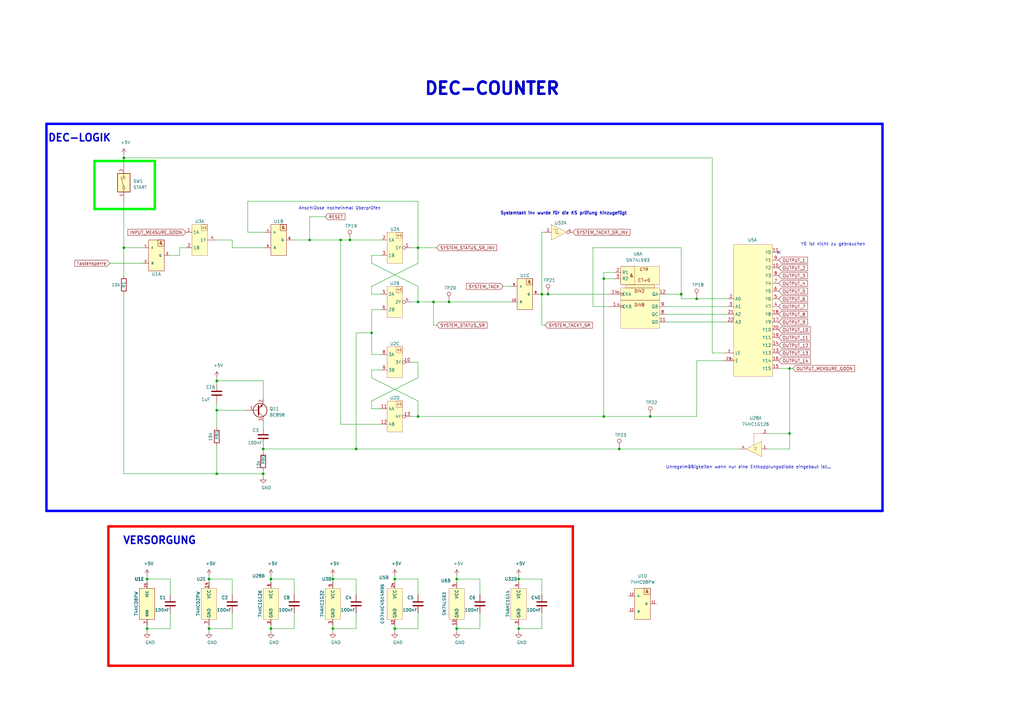
<source format=kicad_sch>
(kicad_sch (version 20210126) (generator eeschema)
  (paper "A3")
  (title_block (title "Kabeltester") (company "BMK Group") (comment 1 "Erstellt: Maximilian Hoffmann") (comment 2 "Geprüft: Robert Schulz"))
  (junction (at 50.8 64.77) (diameter 0.9144))
  (junction (at 50.8 101.6) (diameter 0.9144))
  (junction (at 60.325 237.49) (diameter 0.9144))
  (junction (at 60.325 257.81) (diameter 0.9144))
  (junction (at 85.725 237.49) (diameter 0.9144))
  (junction (at 85.725 257.81) (diameter 0.9144))
  (junction (at 88.9 156.21) (diameter 0.9144))
  (junction (at 88.9 168.275) (diameter 0.9144))
  (junction (at 88.9 194.31) (diameter 0.9144))
  (junction (at 107.95 184.15) (diameter 0.9144))
  (junction (at 107.95 194.31) (diameter 0.9144))
  (junction (at 111.125 237.49) (diameter 0.9144))
  (junction (at 111.125 257.81) (diameter 0.9144))
  (junction (at 127 98.425) (diameter 0.9144))
  (junction (at 136.525 237.49) (diameter 0.9144))
  (junction (at 136.525 257.81) (diameter 0.9144))
  (junction (at 139.7 98.425) (diameter 0.9144))
  (junction (at 143.51 98.425) (diameter 0.9144))
  (junction (at 146.05 184.15) (diameter 0.9144))
  (junction (at 152.4 136.525) (diameter 0.9144))
  (junction (at 161.925 237.49) (diameter 0.9144))
  (junction (at 161.925 257.81) (diameter 0.9144))
  (junction (at 171.45 101.6) (diameter 0.9144))
  (junction (at 171.45 123.825) (diameter 0.9144))
  (junction (at 171.45 170.815) (diameter 0.9144))
  (junction (at 177.8 123.825) (diameter 0.9144))
  (junction (at 184.15 123.825) (diameter 0.9144))
  (junction (at 187.325 237.49) (diameter 0.9144))
  (junction (at 187.325 257.81) (diameter 0.9144))
  (junction (at 212.725 237.49) (diameter 0.9144))
  (junction (at 212.725 257.81) (diameter 0.9144))
  (junction (at 222.25 120.65) (diameter 0.9144))
  (junction (at 224.79 120.65) (diameter 0.9144))
  (junction (at 247.65 114.3) (diameter 0.9144))
  (junction (at 247.65 170.815) (diameter 0.9144))
  (junction (at 254 184.15) (diameter 0.9144))
  (junction (at 266.7 170.815) (diameter 0.9144))
  (junction (at 279.4 120.65) (diameter 1.016))
  (junction (at 285.75 122.555) (diameter 0.9144))
  (junction (at 323.85 151.13) (diameter 0.9144))
  (junction (at 323.85 177.8) (diameter 0.9144))
  (no_connect (at 319.405 103.505))
  (wire (pts (xy 45.085 107.95) (xy 58.42 107.95)))
  (wire (pts (xy 50.8 63.5) (xy 50.8 64.77)))
  (wire (pts (xy 50.8 64.77) (xy 50.8 67.31)))
  (wire (pts (xy 50.8 64.77) (xy 292.1 64.77)))
  (wire (pts (xy 50.8 82.55) (xy 50.8 101.6)))
  (wire (pts (xy 50.8 101.6) (xy 50.8 113.03)))
  (wire (pts (xy 50.8 101.6) (xy 58.42 101.6)))
  (wire (pts (xy 50.8 120.65) (xy 50.8 194.31)))
  (wire (pts (xy 50.8 194.31) (xy 88.9 194.31)))
  (wire (pts (xy 60.325 237.49) (xy 60.325 236.22)))
  (wire (pts (xy 60.325 237.49) (xy 60.325 238.76)))
  (wire (pts (xy 60.325 256.54) (xy 60.325 257.81)))
  (wire (pts (xy 60.325 257.81) (xy 60.325 259.08)))
  (wire (pts (xy 60.325 257.81) (xy 69.85 257.81)))
  (wire (pts (xy 69.85 104.775) (xy 73.66 104.775)))
  (wire (pts (xy 69.85 237.49) (xy 60.325 237.49)))
  (wire (pts (xy 69.85 243.84) (xy 69.85 237.49)))
  (wire (pts (xy 69.85 257.81) (xy 69.85 251.46)))
  (wire (pts (xy 73.66 101.6) (xy 76.2 101.6)))
  (wire (pts (xy 73.66 104.775) (xy 73.66 101.6)))
  (wire (pts (xy 85.725 237.49) (xy 85.725 236.22)))
  (wire (pts (xy 85.725 237.49) (xy 85.725 238.76)))
  (wire (pts (xy 85.725 256.54) (xy 85.725 257.81)))
  (wire (pts (xy 85.725 257.81) (xy 85.725 259.08)))
  (wire (pts (xy 85.725 257.81) (xy 95.25 257.81)))
  (wire (pts (xy 88.9 98.425) (xy 95.25 98.425)))
  (wire (pts (xy 88.9 154.94) (xy 88.9 156.21)))
  (wire (pts (xy 88.9 156.21) (xy 88.9 157.48)))
  (wire (pts (xy 88.9 156.21) (xy 107.95 156.21)))
  (wire (pts (xy 88.9 165.1) (xy 88.9 168.275)))
  (wire (pts (xy 88.9 168.275) (xy 88.9 175.26)))
  (wire (pts (xy 88.9 168.275) (xy 100.33 168.275)))
  (wire (pts (xy 88.9 194.31) (xy 88.9 182.88)))
  (wire (pts (xy 88.9 194.31) (xy 107.95 194.31)))
  (wire (pts (xy 95.25 101.6) (xy 95.25 98.425)))
  (wire (pts (xy 95.25 237.49) (xy 85.725 237.49)))
  (wire (pts (xy 95.25 243.84) (xy 95.25 237.49)))
  (wire (pts (xy 95.25 257.81) (xy 95.25 251.46)))
  (wire (pts (xy 101.6 82.55) (xy 171.45 82.55)))
  (wire (pts (xy 101.6 95.25) (xy 101.6 82.55)))
  (wire (pts (xy 107.95 156.21) (xy 107.95 163.195)))
  (wire (pts (xy 107.95 173.355) (xy 107.95 175.26)))
  (wire (pts (xy 107.95 182.88) (xy 107.95 184.15)))
  (wire (pts (xy 107.95 184.15) (xy 107.95 185.42)))
  (wire (pts (xy 107.95 184.15) (xy 146.05 184.15)))
  (wire (pts (xy 107.95 193.04) (xy 107.95 194.31)))
  (wire (pts (xy 107.95 194.31) (xy 107.95 195.58)))
  (wire (pts (xy 108.585 95.25) (xy 101.6 95.25)))
  (wire (pts (xy 108.585 101.6) (xy 95.25 101.6)))
  (wire (pts (xy 111.125 237.49) (xy 111.125 236.22)))
  (wire (pts (xy 111.125 237.49) (xy 111.125 238.76)))
  (wire (pts (xy 111.125 256.54) (xy 111.125 257.81)))
  (wire (pts (xy 111.125 257.81) (xy 111.125 259.08)))
  (wire (pts (xy 111.125 257.81) (xy 120.65 257.81)))
  (wire (pts (xy 120.015 98.425) (xy 127 98.425)))
  (wire (pts (xy 120.65 237.49) (xy 111.125 237.49)))
  (wire (pts (xy 120.65 243.84) (xy 120.65 237.49)))
  (wire (pts (xy 120.65 257.81) (xy 120.65 251.46)))
  (wire (pts (xy 127 88.9) (xy 127 98.425)))
  (wire (pts (xy 127 98.425) (xy 139.7 98.425)))
  (wire (pts (xy 133.35 88.9) (xy 127 88.9)))
  (wire (pts (xy 136.525 237.49) (xy 136.525 236.22)))
  (wire (pts (xy 136.525 237.49) (xy 136.525 238.76)))
  (wire (pts (xy 136.525 256.54) (xy 136.525 257.81)))
  (wire (pts (xy 136.525 257.81) (xy 136.525 259.08)))
  (wire (pts (xy 136.525 257.81) (xy 146.05 257.81)))
  (wire (pts (xy 139.7 98.425) (xy 143.51 98.425)))
  (wire (pts (xy 139.7 173.99) (xy 139.7 98.425)))
  (wire (pts (xy 139.7 173.99) (xy 156.21 173.99)))
  (wire (pts (xy 143.51 98.425) (xy 156.21 98.425)))
  (wire (pts (xy 146.05 136.525) (xy 146.05 184.15)))
  (wire (pts (xy 146.05 136.525) (xy 152.4 136.525)))
  (wire (pts (xy 146.05 184.15) (xy 254 184.15)))
  (wire (pts (xy 146.05 237.49) (xy 136.525 237.49)))
  (wire (pts (xy 146.05 243.84) (xy 146.05 237.49)))
  (wire (pts (xy 146.05 257.81) (xy 146.05 251.46)))
  (wire (pts (xy 152.4 104.775) (xy 152.4 107.95)))
  (wire (pts (xy 152.4 107.95) (xy 171.45 117.475)))
  (wire (pts (xy 152.4 117.475) (xy 171.45 107.95)))
  (wire (pts (xy 152.4 120.65) (xy 152.4 117.475)))
  (wire (pts (xy 152.4 127) (xy 152.4 136.525)))
  (wire (pts (xy 152.4 136.525) (xy 152.4 145.415)))
  (wire (pts (xy 152.4 145.415) (xy 156.21 145.415)))
  (wire (pts (xy 152.4 151.765) (xy 152.4 154.94)))
  (wire (pts (xy 152.4 154.94) (xy 171.45 164.465)))
  (wire (pts (xy 152.4 164.465) (xy 171.45 154.94)))
  (wire (pts (xy 152.4 167.64) (xy 152.4 164.465)))
  (wire (pts (xy 156.21 104.775) (xy 152.4 104.775)))
  (wire (pts (xy 156.21 120.65) (xy 152.4 120.65)))
  (wire (pts (xy 156.21 127) (xy 152.4 127)))
  (wire (pts (xy 156.21 151.765) (xy 152.4 151.765)))
  (wire (pts (xy 156.21 167.64) (xy 152.4 167.64)))
  (wire (pts (xy 161.925 237.49) (xy 161.925 236.22)))
  (wire (pts (xy 161.925 237.49) (xy 161.925 238.76)))
  (wire (pts (xy 161.925 256.54) (xy 161.925 257.81)))
  (wire (pts (xy 161.925 257.81) (xy 161.925 259.08)))
  (wire (pts (xy 161.925 257.81) (xy 171.45 257.81)))
  (wire (pts (xy 168.91 101.6) (xy 171.45 101.6)))
  (wire (pts (xy 168.91 123.825) (xy 171.45 123.825)))
  (wire (pts (xy 168.91 148.59) (xy 171.45 148.59)))
  (wire (pts (xy 168.91 170.815) (xy 171.45 170.815)))
  (wire (pts (xy 171.45 82.55) (xy 171.45 101.6)))
  (wire (pts (xy 171.45 101.6) (xy 171.45 107.95)))
  (wire (pts (xy 171.45 101.6) (xy 179.07 101.6)))
  (wire (pts (xy 171.45 117.475) (xy 171.45 123.825)))
  (wire (pts (xy 171.45 123.825) (xy 177.8 123.825)))
  (wire (pts (xy 171.45 148.59) (xy 171.45 154.94)))
  (wire (pts (xy 171.45 164.465) (xy 171.45 170.815)))
  (wire (pts (xy 171.45 170.815) (xy 247.65 170.815)))
  (wire (pts (xy 171.45 237.49) (xy 161.925 237.49)))
  (wire (pts (xy 171.45 243.84) (xy 171.45 237.49)))
  (wire (pts (xy 171.45 257.81) (xy 171.45 251.46)))
  (wire (pts (xy 177.8 123.825) (xy 184.15 123.825)))
  (wire (pts (xy 177.8 133.35) (xy 177.8 123.825)))
  (wire (pts (xy 177.8 133.35) (xy 179.07 133.35)))
  (wire (pts (xy 184.15 123.825) (xy 209.55 123.825)))
  (wire (pts (xy 187.325 237.49) (xy 187.325 236.22)))
  (wire (pts (xy 187.325 237.49) (xy 187.325 238.76)))
  (wire (pts (xy 187.325 256.54) (xy 187.325 257.81)))
  (wire (pts (xy 187.325 257.81) (xy 187.325 259.08)))
  (wire (pts (xy 187.325 257.81) (xy 196.85 257.81)))
  (wire (pts (xy 196.85 237.49) (xy 187.325 237.49)))
  (wire (pts (xy 196.85 243.84) (xy 196.85 237.49)))
  (wire (pts (xy 196.85 257.81) (xy 196.85 251.46)))
  (wire (pts (xy 206.375 117.475) (xy 209.55 117.475)))
  (wire (pts (xy 212.725 237.49) (xy 212.725 236.22)))
  (wire (pts (xy 212.725 237.49) (xy 212.725 238.76)))
  (wire (pts (xy 212.725 256.54) (xy 212.725 257.81)))
  (wire (pts (xy 212.725 257.81) (xy 212.725 259.08)))
  (wire (pts (xy 212.725 257.81) (xy 222.25 257.81)))
  (wire (pts (xy 220.98 120.65) (xy 222.25 120.65)))
  (wire (pts (xy 222.25 95.25) (xy 222.25 120.65)))
  (wire (pts (xy 222.25 120.65) (xy 222.25 133.35)))
  (wire (pts (xy 222.25 120.65) (xy 224.79 120.65)))
  (wire (pts (xy 222.25 133.35) (xy 223.52 133.35)))
  (wire (pts (xy 222.25 237.49) (xy 212.725 237.49)))
  (wire (pts (xy 222.25 243.84) (xy 222.25 237.49)))
  (wire (pts (xy 222.25 257.81) (xy 222.25 251.46)))
  (wire (pts (xy 223.52 95.25) (xy 222.25 95.25)))
  (wire (pts (xy 224.79 120.65) (xy 249.555 120.65)))
  (wire (pts (xy 243.205 101.6) (xy 279.4 101.6)))
  (wire (pts (xy 243.205 125.73) (xy 243.205 101.6)))
  (wire (pts (xy 247.65 111.76) (xy 252.095 111.76)))
  (wire (pts (xy 247.65 114.3) (xy 247.65 111.76)))
  (wire (pts (xy 247.65 114.3) (xy 247.65 170.815)))
  (wire (pts (xy 247.65 114.3) (xy 252.095 114.3)))
  (wire (pts (xy 247.65 170.815) (xy 266.7 170.815)))
  (wire (pts (xy 249.555 125.73) (xy 243.205 125.73)))
  (wire (pts (xy 254 184.15) (xy 303.53 184.15)))
  (wire (pts (xy 266.7 170.815) (xy 285.75 170.815)))
  (wire (pts (xy 273.05 120.65) (xy 279.4 120.65)))
  (wire (pts (xy 273.05 125.73) (xy 298.45 125.73)))
  (wire (pts (xy 273.05 128.905) (xy 298.45 128.905)))
  (wire (pts (xy 273.05 132.08) (xy 298.45 132.08)))
  (wire (pts (xy 279.4 120.65) (xy 279.4 101.6)))
  (wire (pts (xy 279.4 122.555) (xy 279.4 120.65)))
  (wire (pts (xy 279.4 122.555) (xy 285.75 122.555)))
  (wire (pts (xy 285.75 122.555) (xy 298.45 122.555)))
  (wire (pts (xy 285.75 147.955) (xy 296.545 147.955)))
  (wire (pts (xy 285.75 170.815) (xy 285.75 147.955)))
  (wire (pts (xy 292.1 64.77) (xy 292.1 144.78)))
  (wire (pts (xy 297.18 144.78) (xy 292.1 144.78)))
  (wire (pts (xy 314.96 177.8) (xy 323.85 177.8)))
  (wire (pts (xy 314.96 184.15) (xy 323.85 184.15)))
  (wire (pts (xy 319.405 151.13) (xy 323.85 151.13)))
  (wire (pts (xy 323.85 151.13) (xy 323.85 177.8)))
  (wire (pts (xy 323.85 151.13) (xy 325.12 151.13)))
  (wire (pts (xy 323.85 177.8) (xy 323.85 184.15)))
  (polyline (pts (xy 19.05 50.8) (xy 19.05 209.55)) (stroke (width 1) (type solid) (color 0 0 255 1)))
  (polyline (pts (xy 19.05 50.8) (xy 361.95 50.8)) (stroke (width 1) (type solid) (color 0 0 255 1)))
  (polyline (pts (xy 38.735 66.04) (xy 38.735 85.725)) (stroke (width 1) (type solid) (color 0 255 0 1)))
  (polyline (pts (xy 38.735 66.04) (xy 63.5 66.04)) (stroke (width 1) (type solid) (color 0 255 0 1)))
  (polyline (pts (xy 44.45 215.9) (xy 44.45 273.05)) (stroke (width 1) (type solid) (color 255 0 0 1)))
  (polyline (pts (xy 44.45 215.9) (xy 234.95 215.9)) (stroke (width 1) (type solid) (color 255 0 0 1)))
  (polyline (pts (xy 63.5 66.04) (xy 63.5 85.725)) (stroke (width 1) (type solid) (color 0 255 0 1)))
  (polyline (pts (xy 63.5 85.725) (xy 38.735 85.725)) (stroke (width 1) (type solid) (color 0 255 0 1)))
  (polyline (pts (xy 234.95 215.9) (xy 234.95 273.05)) (stroke (width 1) (type solid) (color 255 0 0 1)))
  (polyline (pts (xy 234.95 273.05) (xy 44.45 273.05)) (stroke (width 1) (type solid) (color 255 0 0 1)))
  (polyline (pts (xy 361.95 50.8) (xy 361.95 209.55)) (stroke (width 1) (type solid) (color 0 0 255 1)))
  (polyline (pts (xy 361.95 209.55) (xy 19.05 209.55)) (stroke (width 1) (type solid) (color 0 0 255 1)))
  (text "DEC-LOGIK\n" (at 45.72 58.42 180) (effects (font (size 3 3) (thickness 0.6) bold) (justify right bottom)))
  (text "VERSORGUNG" (at 80.645 223.52 180) (effects (font (size 3 3) (thickness 0.6) bold) (justify right bottom)))
  (text "Anschlüsse nocheinmal überprüfen\n\n" (at 156.21 88.265 180) (effects (font (size 1.27 1.27)) (justify right bottom)))
  (text "DEC-COUNTER\n" (at 229.87 39.37 180) (effects (font (size 5 5) (thickness 1) bold) (justify right bottom)))
  (text "DEC-COUNTER\n" (at 229.87 39.37 180) (effects (font (size 5 5) (thickness 1) bold) (justify right bottom)))
  (text "DEC-COUNTER\n" (at 229.87 39.37 180) (effects (font (size 5 5) (thickness 1) bold) (justify right bottom)))
  (text "Systemtakt inv wurde für die KS prüfung hinzugefügt\n" (at 257.175 88.265 0) (effects (font (size 1.27 1.27) (thickness 0.254) bold) (justify right bottom)))
  (text "Unregelmäßigkeiten wenn nur eine Entkopplungsdiode eingebaut ist...\n" (at 340.995 192.405 0) (effects (font (size 1.27 1.27)) (justify right bottom)))
  (text "Y0 ist nicht zu gebrauchen\n" (at 354.965 100.965 180) (effects (font (size 1.27 1.27)) (justify right bottom)))
  (global_label "Tastensperre" (shape input) (at 45.085 107.95 180) (property "Intersheet References" "${INTERSHEET_REFS}" (effects hide)))
  (global_label "INPUT_MEASURE_GOON" (shape input) (at 76.2 95.25 180) (property "Intersheet References" "${INTERSHEET_REFS}" (effects hide)))
  (global_label "RESET" (shape input) (at 133.35 88.9 0) (property "Intersheet References" "${INTERSHEET_REFS}" (effects hide)))
  (global_label "SYSTEM_STATUS_SR_INV" (shape input) (at 179.07 101.6 0) (property "Intersheet References" "${INTERSHEET_REFS}" (effects hide)))
  (global_label "SYSTEM_STATUS_SR" (shape input) (at 179.07 133.35 0) (property "Intersheet References" "${INTERSHEET_REFS}" (effects hide)))
  (global_label "SYSTEM_TACK" (shape input) (at 206.375 117.475 180) (property "Intersheet References" "${INTERSHEET_REFS}" (effects hide)))
  (global_label "SYSTEM_TACKT_SR" (shape input) (at 223.52 133.35 0) (property "Intersheet References" "${INTERSHEET_REFS}" (effects hide)))
  (global_label "SYSTEM_TACKT_SR_INV" (shape input) (at 234.95 95.25 0) (property "Intersheet References" "${INTERSHEET_REFS}" (effects hide)))
  (global_label "OUTPUT_1" (shape input) (at 319.405 106.68 0) (property "Intersheet References" "${INTERSHEET_REFS}" (effects hide)))
  (global_label "OUTPUT_2" (shape input) (at 319.405 109.855 0) (property "Intersheet References" "${INTERSHEET_REFS}" (effects hide)))
  (global_label "OUTPUT_3" (shape input) (at 319.405 113.03 0) (property "Intersheet References" "${INTERSHEET_REFS}" (effects hide)))
  (global_label "OUTPUT_4" (shape input) (at 319.405 116.205 0) (property "Intersheet References" "${INTERSHEET_REFS}" (effects hide)))
  (global_label "OUTPUT_5" (shape input) (at 319.405 119.38 0) (property "Intersheet References" "${INTERSHEET_REFS}" (effects hide)))
  (global_label "OUTPUT_6" (shape input) (at 319.405 122.555 0) (property "Intersheet References" "${INTERSHEET_REFS}" (effects hide)))
  (global_label "OUTPUT_7" (shape input) (at 319.405 125.73 0) (property "Intersheet References" "${INTERSHEET_REFS}" (effects hide)))
  (global_label "OUTPUT_8" (shape input) (at 319.405 128.905 0) (property "Intersheet References" "${INTERSHEET_REFS}" (effects hide)))
  (global_label "OUTPUT_9" (shape input) (at 319.405 132.08 0) (property "Intersheet References" "${INTERSHEET_REFS}" (effects hide)))
  (global_label "OUTPUT_10" (shape input) (at 319.405 135.255 0) (property "Intersheet References" "${INTERSHEET_REFS}" (effects hide)))
  (global_label "OUTPUT_11" (shape input) (at 319.405 138.43 0) (property "Intersheet References" "${INTERSHEET_REFS}" (effects hide)))
  (global_label "OUTPUT_12" (shape input) (at 319.405 141.605 0) (property "Intersheet References" "${INTERSHEET_REFS}" (effects hide)))
  (global_label "OUTPUT_13" (shape input) (at 319.405 144.78 0) (property "Intersheet References" "${INTERSHEET_REFS}" (effects hide)))
  (global_label "OUTPUT_14" (shape input) (at 319.405 147.955 0) (property "Intersheet References" "${INTERSHEET_REFS}" (effects hide)))
  (global_label "OUTPUT_MEASURE_GOON" (shape input) (at 325.12 151.13 0) (property "Intersheet References" "${INTERSHEET_REFS}" (effects hide)))
  (symbol (lib_id "Connector:TestPoint") (at 143.51 98.425 0) (unit 1)
    (property "Reference" "TP19" (at 141.605 92.71 0) (effects (justify left)))
    (property "Value" "TestPoint" (effects hide))
    (property "Footprint" "TestPoint:TestPoint_Pad_D1.0mm" (effects hide))
    (property "BMK-Nr" "-" (effects hide))
    (property "Mouser" "-" (effects hide))
  )
  (symbol (lib_id "Connector:TestPoint") (at 184.15 123.825 0) (unit 1)
    (property "Reference" "TP20" (at 182.245 118.11 0) (effects (justify left)))
    (property "Value" "TestPoint" (effects hide))
    (property "Footprint" "TestPoint:TestPoint_Pad_D1.0mm" (effects hide))
    (property "BMK-Nr" "-" (effects hide))
    (property "Mouser" "-" (effects hide))
  )
  (symbol (lib_id "Connector:TestPoint") (at 224.79 120.65 0) (unit 1)
    (property "Reference" "TP21" (at 222.885 114.935 0) (effects (justify left)))
    (property "Value" "TestPoint" (effects hide))
    (property "Footprint" "TestPoint:TestPoint_Pad_D1.0mm" (effects hide))
    (property "BMK-Nr" "-" (effects hide))
    (property "Mouser" "-" (effects hide))
  )
  (symbol (lib_id "Connector:TestPoint") (at 254 184.15 0) (unit 1)
    (property "Reference" "TP23" (at 252.095 178.435 0) (effects (justify left)))
    (property "Value" "TestPoint" (effects hide))
    (property "Footprint" "TestPoint:TestPoint_Pad_D1.0mm" (effects hide))
    (property "BMK-Nr" "-" (effects hide))
    (property "Mouser" "-" (effects hide))
  )
  (symbol (lib_id "Connector:TestPoint") (at 266.7 170.815 0) (unit 1)
    (property "Reference" "TP22" (at 264.795 165.1 0) (effects (justify left)))
    (property "Value" "TestPoint" (effects hide))
    (property "Footprint" "TestPoint:TestPoint_Pad_D1.0mm" (effects hide))
    (property "BMK-Nr" "-" (effects hide))
    (property "Mouser" "-" (effects hide))
  )
  (symbol (lib_id "Connector:TestPoint") (at 285.75 122.555 0) (unit 1)
    (property "Reference" "TP18" (at 283.845 116.84 0) (effects (justify left)))
    (property "Value" "TestPoint" (effects hide))
    (property "Footprint" "TestPoint:TestPoint_Pad_D1.0mm" (effects hide))
    (property "BMK-Nr" "-" (effects hide))
    (property "Mouser" "-" (effects hide))
  )
  (symbol (lib_id "power:+5V") (at 50.8 63.5 0) (unit 1)
    (property "Reference" "#PWR03" (effects hide))
    (property "Value" "+5V" (at 51.435 58.42 0))
  )
  (symbol (lib_id "power:+5V") (at 60.325 236.22 0) (unit 1)
    (property "Reference" "#PWR01" (effects hide))
    (property "Value" "+5V" (at 60.96 231.14 0))
  )
  (symbol (lib_id "power:+5V") (at 85.725 236.22 0) (unit 1)
    (property "Reference" "#PWR05" (effects hide))
    (property "Value" "+5V" (at 86.36 231.14 0))
  )
  (symbol (lib_id "power:+5V") (at 88.9 154.94 0) (unit 1)
    (property "Reference" "#PWR08" (effects hide))
    (property "Value" "+5V" (at 89.535 149.86 0))
  )
  (symbol (lib_id "power:+5V") (at 111.125 236.22 0) (unit 1)
    (property "Reference" "#PWR04" (effects hide))
    (property "Value" "+5V" (at 111.76 231.14 0))
  )
  (symbol (lib_id "power:+5V") (at 136.525 236.22 0) (unit 1)
    (property "Reference" "#PWR09" (effects hide))
    (property "Value" "+5V" (at 137.16 231.14 0))
  )
  (symbol (lib_id "power:+5V") (at 161.925 236.22 0) (unit 1)
    (property "Reference" "#PWR011" (effects hide))
    (property "Value" "+5V" (at 162.56 231.14 0))
  )
  (symbol (lib_id "power:+5V") (at 187.325 236.22 0) (unit 1)
    (property "Reference" "#PWR013" (effects hide))
    (property "Value" "+5V" (at 187.96 231.14 0))
  )
  (symbol (lib_id "power:+5V") (at 212.725 236.22 0) (unit 1)
    (property "Reference" "#PWR073" (effects hide))
    (property "Value" "+5V" (at 213.36 231.14 0))
  )
  (symbol (lib_id "power:GND") (at 60.325 259.08 0) (unit 1)
    (property "Reference" "#PWR02" (effects hide))
    (property "Value" "GND" (at 61.595 263.525 0))
  )
  (symbol (lib_id "power:GND") (at 85.725 259.08 0) (unit 1)
    (property "Reference" "#PWR06" (effects hide))
    (property "Value" "GND" (at 86.995 263.525 0))
  )
  (symbol (lib_id "power:GND") (at 107.95 195.58 0) (unit 1)
    (property "Reference" "#PWR014" (effects hide))
    (property "Value" "GND" (at 109.22 200.025 0))
  )
  (symbol (lib_id "power:GND") (at 111.125 259.08 0) (unit 1)
    (property "Reference" "#PWR025" (effects hide))
    (property "Value" "GND" (at 112.395 263.525 0))
  )
  (symbol (lib_id "power:GND") (at 136.525 259.08 0) (unit 1)
    (property "Reference" "#PWR010" (effects hide))
    (property "Value" "GND" (at 137.795 263.525 0))
  )
  (symbol (lib_id "power:GND") (at 161.925 259.08 0) (unit 1)
    (property "Reference" "#PWR012" (effects hide))
    (property "Value" "GND" (at 163.195 263.525 0))
  )
  (symbol (lib_id "power:GND") (at 187.325 259.08 0) (unit 1)
    (property "Reference" "#PWR026" (effects hide))
    (property "Value" "GND" (at 188.595 263.525 0))
  )
  (symbol (lib_id "power:GND") (at 212.725 259.08 0) (unit 1)
    (property "Reference" "#PWR0114" (effects hide))
    (property "Value" "GND" (at 213.995 263.525 0))
  )
  (symbol (lib_id "Device:R") (at 50.8 116.84 0) (unit 1)
    (property "Reference" "R1" (at 50.8 118.11 90) (effects (justify left)))
    (property "Value" "10k" (at 45.72 116.84 0) (effects (justify left)))
    (property "Footprint" "Resistor_SMD:R_0603_1608Metric_Pad0.98x0.95mm_HandSolder" (effects hide))
    (property "BMK-Nr" "BS" (effects hide))
    (property "Mouser" "-" (effects hide))
  )
  (symbol (lib_name "Device:R_1") (lib_id "Device:R") (at 88.9 179.07 0) (unit 1)
    (property "Reference" "R81" (at 88.9 180.34 90) (effects (justify left)))
    (property "Value" "10k" (at 86.36 180.975 90) (effects (justify left)))
    (property "Footprint" "Resistor_SMD:R_0603_1608Metric_Pad0.98x0.95mm_HandSolder" (effects hide))
    (property "BMK-Nr" "BS" (effects hide))
    (property "Mouser" "-" (effects hide))
  )
  (symbol (lib_name "Device:R_8") (lib_id "Device:R") (at 107.95 189.23 0) (unit 1)
    (property "Reference" "R80" (at 107.95 190.5 90) (effects (justify left)))
    (property "Value" "10k" (at 106.045 192.405 90) (effects (justify left)))
    (property "Footprint" "Resistor_SMD:R_0603_1608Metric_Pad0.98x0.95mm_HandSolder" (effects hide))
    (property "BMK-Nr" "BS" (effects hide))
    (property "Mouser" "-" (effects hide))
  )
  (symbol (lib_name "Device:C_1") (lib_id "Device:C") (at 69.85 247.65 0) (unit 1)
    (property "Reference" "C1" (at 65.405 245.11 0) (effects (justify left)))
    (property "Value" "100nF" (at 63.5 250.19 0) (effects (justify left)))
    (property "Footprint" "Capacitor_SMD:C_0603_1608Metric_Pad1.08x0.95mm_HandSolder" (effects hide))
    (property "BMK-Nr" "BS" (effects hide))
  )
  (symbol (lib_name "Device:C_3") (lib_id "Device:C") (at 88.9 161.29 0) (unit 1)
    (property "Reference" "C16" (at 84.455 158.75 0) (effects (justify left)))
    (property "Value" "1uF" (at 82.55 163.83 0) (effects (justify left)))
    (property "Footprint" "Capacitor_SMD:C_0603_1608Metric_Pad1.08x0.95mm_HandSolder" (effects hide))
    (property "BMK-Nr" "BS" (effects hide))
  )
  (symbol (lib_name "Device:C_6") (lib_id "Device:C") (at 95.25 247.65 0) (unit 1)
    (property "Reference" "C2" (at 90.805 245.11 0) (effects (justify left)))
    (property "Value" "100nF" (at 88.9 250.19 0) (effects (justify left)))
    (property "Footprint" "Capacitor_SMD:C_0603_1608Metric_Pad1.08x0.95mm_HandSolder" (effects hide))
    (property "BMK-Nr" "BS" (effects hide))
  )
  (symbol (lib_name "Device:C_5") (lib_id "Device:C") (at 107.95 179.07 0) (unit 1)
    (property "Reference" "C3" (at 103.505 176.53 0) (effects (justify left)))
    (property "Value" "100nF" (at 101.6 181.61 0) (effects (justify left)))
    (property "Footprint" "Capacitor_SMD:C_0603_1608Metric_Pad1.08x0.95mm_HandSolder" (effects hide))
    (property "BMK-Nr" "BS" (effects hide))
  )
  (symbol (lib_name "Device:C_6") (lib_id "Device:C") (at 120.65 247.65 0) (unit 1)
    (property "Reference" "C8" (at 116.205 245.11 0) (effects (justify left)))
    (property "Value" "100nF" (at 114.3 250.19 0) (effects (justify left)))
    (property "Footprint" "Capacitor_SMD:C_0603_1608Metric_Pad1.08x0.95mm_HandSolder" (effects hide))
    (property "BMK-Nr" "BS" (effects hide))
  )
  (symbol (lib_id "Device:C") (at 146.05 247.65 0) (unit 1)
    (property "Reference" "C4" (at 141.605 245.11 0) (effects (justify left)))
    (property "Value" "100nF" (at 139.7 250.19 0) (effects (justify left)))
    (property "Footprint" "Capacitor_SMD:C_0603_1608Metric_Pad1.08x0.95mm_HandSolder" (effects hide))
    (property "BMK-Nr" "BS" (effects hide))
  )
  (symbol (lib_name "Device:C_2") (lib_id "Device:C") (at 171.45 247.65 0) (unit 1)
    (property "Reference" "C5" (at 167.005 245.11 0) (effects (justify left)))
    (property "Value" "100nF" (at 165.1 250.19 0) (effects (justify left)))
    (property "Footprint" "Capacitor_SMD:C_0603_1608Metric_Pad1.08x0.95mm_HandSolder" (effects hide))
    (property "BMK-Nr" "BS" (effects hide))
  )
  (symbol (lib_name "Device:C_4") (lib_id "Device:C") (at 196.85 247.65 0) (unit 1)
    (property "Reference" "C6" (at 192.405 245.11 0) (effects (justify left)))
    (property "Value" "100nF" (at 190.5 250.19 0) (effects (justify left)))
    (property "Footprint" "Capacitor_SMD:C_0603_1608Metric_Pad1.08x0.95mm_HandSolder" (effects hide))
    (property "BMK-Nr" "BS" (effects hide))
  )
  (symbol (lib_name "Device:C_4") (lib_id "Device:C") (at 222.25 247.65 0) (unit 1)
    (property "Reference" "C40" (at 217.805 245.11 0) (effects (justify left)))
    (property "Value" "100nF" (at 215.9 250.19 0) (effects (justify left)))
    (property "Footprint" "Capacitor_SMD:C_0603_1608Metric_Pad1.08x0.95mm_HandSolder" (effects hide))
    (property "BMK-Nr" "BS" (effects hide))
  )
  (symbol (lib_id "Kabeltester:74AHC1G14") (at 228.6 95.25 0) (unit 1)
    (property "Reference" "U32" (at 229.87 91.44 0))
    (property "Value" "74AHC1G14" (effects hide))
    (property "Footprint" "Package_TO_SOT_SMD:SOT-353_SC-70-5_Handsoldering" (effects hide))
    (property "Datasheet" "https://www.diodes.com/assets/Datasheets/74AHC1G14.pdf" (effects hide))
    (property "BMK-Nr" "06-0624" (effects hide))
    (property "Mouser" "771-74AHC1G14GW-G" (effects hide))
  )
  (symbol (lib_id "Switch:SW_DIP_x01") (at 50.8 74.93 90) (unit 1)
    (property "Reference" "SW1" (at 54.61 74.295 90) (effects (justify right)))
    (property "Value" "START" (at 54.61 76.835 90) (effects (justify right)))
    (property "Footprint" "Button_Switch_SMD:SW_Push_1P1T_NO_6x6mm_H9.5mm" (effects hide))
    (property "BMK-Nr" "25-1170" (effects hide))
    (property "Mouser" "-" (effects hide))
  )
  (symbol (lib_id "Transistor_BJT:BC858") (at 105.41 168.275 0) (mirror x) (unit 1)
    (property "Reference" "Q11" (at 110.49 167.64 0) (effects (justify left)))
    (property "Value" "BC858" (at 110.49 170.18 0) (effects (justify left)))
    (property "Footprint" "Package_TO_SOT_SMD:SOT-23" (effects hide))
    (property "Datasheet" "https://www.onsemi.com/pub/Collateral/BC860-D.pdf" (effects hide))
  )
  (symbol (lib_id "Kabeltester:74HC08PW") (at 60.325 247.65 0) (unit 5)
    (property "Reference" "U1" (at 57.15 237.49 0) (effects (font bold)))
    (property "Value" "74HC08PW" (at 55.88 247.65 90))
    (property "Footprint" "Package_SO:TSSOP-14_4.4x5mm_P0.65mm" (effects hide))
    (property "Datasheet" "https://www.ti.com/lit/ds/symlink/sn74hc08-q1.pdf?HQS=dis-mous-null-mousermode-dsf-pf-null-wwe&ts=1614454333862&ref_url=https%253A%252F%252Fwww.mouser.de%252F" (effects hide))
    (property "BMK-Nr" "06-0975" (effects hide))
    (property "Mouser" "771-HC08PW118" (effects hide))
  )
  (symbol (lib_name "Kabeltester:74HC02PW_1") (lib_id "Kabeltester:74HC02PW") (at 85.725 247.65 0) (unit 5)
    (property "Reference" "U2" (at 82.55 237.49 0))
    (property "Value" "74HC02PW" (at 81.28 247.65 90))
    (property "Footprint" "Package_SO:TSSOP-14_4.4x5mm_P0.65mm" (effects hide))
    (property "Datasheet" "https://www.mouser.de/datasheet/2/916/74AHC_AHCT02-1597343.pdf" (effects hide))
    (property "BMK-Nr" "06-0471-1" (effects hide))
    (property "Mouser" "771-74AHC02PW-T" (effects hide))
  )
  (symbol (lib_name "Kabeltester:74HC1G126_1") (lib_id "Kabeltester:74HC1G126") (at 111.125 247.65 0) (unit 2)
    (property "Reference" "U28" (at 106.045 236.22 0))
    (property "Value" "74HC1G126" (at 106.68 247.65 90))
    (property "Footprint" "Package_TO_SOT_SMD:SOT-353_SC-70-5_Handsoldering" (effects hide))
    (property "Datasheet" "https://www.mouser.de/datasheet/2/308/MC74VHC1G126_D-1387657.pdf" (effects hide))
    (property "BMK-Nr" "06-0813" (effects hide))
    (property "Mouser" "863-MC74VHC1GT126DBG" (effects hide))
  )
  (symbol (lib_id "Kabeltester:74AHC1G32") (at 136.525 247.65 0) (unit 2)
    (property "Reference" "U3" (at 133.985 237.49 0))
    (property "Value" "74AHC1G32" (at 132.08 247.65 90))
    (property "Footprint" "Package_TO_SOT_SMD:SOT-23-5_HandSoldering" (effects hide))
    (property "Datasheet" "https://www.mouser.de/datasheet/2/916/74AHC_AHCT1G32-1318882.pdf" (effects hide))
    (property "BMK-Nr" "06-0631" (effects hide))
    (property "Mouser" "771-74AHC1G32GW-G" (effects hide))
  )
  (symbol (lib_id "Kabeltester:CD74HC4514M96") (at 161.925 247.65 0) (unit 2)
    (property "Reference" "U5" (at 157.48 236.855 0))
    (property "Value" "CD74HC4514M96" (at 156.845 247.65 90))
    (property "Footprint" "Package_SO:SOIC-24W_7.5x15.4mm_P1.27mm" (effects hide))
    (property "Datasheet" "https://www.ti.com/lit/ds/symlink/cd74hc4514.pdf?HQS=dis-mous-null-mousermode-dsf-pf-null-wwe&ts=1614454688438&ref_url=https%253A%252F%252Fwww.mouser.de%252F" (effects hide))
    (property "BMK-Nr" "-" (effects hide))
    (property "Mouser" "595-CD74HC4514M96" (effects hide))
  )
  (symbol (lib_name "Kabeltester:SN74LS93_1") (lib_id "Kabeltester:SN74LS93") (at 187.325 247.65 0) (unit 2)
    (property "Reference" "U6" (at 182.88 238.125 0))
    (property "Value" "SN74LS93" (at 182.245 247.65 90))
    (property "Footprint" "Package_SO:SOIC-14_3.9x8.7mm_P1.27mm" (effects hide))
    (property "Datasheet" "https://www.ti.com/lit/ds/symlink/sn74ls93.pdf?HQS=dis-mous-null-mousermode-dsf-pf-null-wwe&ts=1614455235723&ref_url=https%253A%252F%252Fwww.mouser.de%252F" (effects hide))
    (property "BMK-Nr" "-" (effects hide))
    (property "Mouser" "595-SN74LS93D" (effects hide))
  )
  (symbol (lib_id "Kabeltester:74AHC1G14") (at 212.725 247.65 0) (unit 2)
    (property "Reference" "U32" (at 209.55 237.49 0))
    (property "Value" "74AHC1G14" (at 208.28 247.65 90))
    (property "Footprint" "Package_TO_SOT_SMD:SOT-353_SC-70-5_Handsoldering" (effects hide))
    (property "Datasheet" "https://www.diodes.com/assets/Datasheets/74AHC1G14.pdf" (effects hide))
    (property "BMK-Nr" "06-0624" (effects hide))
    (property "Mouser" "771-74AHC1G14GW-G" (effects hide))
  )
  (symbol (lib_id "Kabeltester:74HC1G126") (at 309.245 184.15 0) (mirror y) (unit 1)
    (property "Reference" "U28" (at 309.88 171.45 0))
    (property "Value" "74HC1G126" (at 309.88 173.99 0))
    (property "Footprint" "Package_TO_SOT_SMD:SOT-353_SC-70-5_Handsoldering" (effects hide))
    (property "Datasheet" "https://www.mouser.de/datasheet/2/308/MC74VHC1G126_D-1387657.pdf" (effects hide))
    (property "BMK-Nr" "06-0813" (effects hide))
    (property "Mouser" "863-MC74VHC1GT126DBG" (effects hide))
  )
  (symbol (lib_id "Kabeltester:74HC08PW") (at 64.135 104.775 0) (unit 1)
    (property "Reference" "U1" (at 64.135 112.395 0))
    (property "Value" "74HC08PW" (effects hide))
    (property "Footprint" "Package_SO:TSSOP-14_4.4x5mm_P0.65mm" (effects hide))
    (property "Datasheet" "https://www.ti.com/lit/ds/symlink/sn74hc08-q1.pdf?HQS=dis-mous-null-mousermode-dsf-pf-null-wwe&ts=1614454333862&ref_url=https%253A%252F%252Fwww.mouser.de%252F" (effects hide))
    (property "BMK-Nr" "06-0975" (effects hide))
    (property "Mouser" "771-HC08PW118" (effects hide))
  )
  (symbol (lib_id "Kabeltester:74HC08PW") (at 114.3 98.425 0) (unit 2)
    (property "Reference" "U1" (at 114.3 90.805 0))
    (property "Value" "74HC08PW" (effects hide))
    (property "Footprint" "Package_SO:TSSOP-14_4.4x5mm_P0.65mm" (effects hide))
    (property "Datasheet" "https://www.ti.com/lit/ds/symlink/sn74hc08-q1.pdf?HQS=dis-mous-null-mousermode-dsf-pf-null-wwe&ts=1614454333862&ref_url=https%253A%252F%252Fwww.mouser.de%252F" (effects hide))
    (property "BMK-Nr" "06-0975" (effects hide))
    (property "Mouser" "771-HC08PW118" (effects hide))
  )
  (symbol (lib_id "Kabeltester:74HC08PW") (at 215.265 120.65 0) (unit 3)
    (property "Reference" "U1" (at 215.265 113.03 0))
    (property "Value" "74HC08PW" (effects hide))
    (property "Footprint" "Package_SO:TSSOP-14_4.4x5mm_P0.65mm" (effects hide))
    (property "Datasheet" "https://www.ti.com/lit/ds/symlink/sn74hc08-q1.pdf?HQS=dis-mous-null-mousermode-dsf-pf-null-wwe&ts=1614454333862&ref_url=https%253A%252F%252Fwww.mouser.de%252F" (effects hide))
    (property "BMK-Nr" "06-0975" (effects hide))
    (property "Mouser" "771-HC08PW118" (effects hide))
  )
  (symbol (lib_id "Kabeltester:74HC08PW") (at 263.525 247.65 0) (unit 4)
    (property "Reference" "U1" (at 263.525 236.22 0))
    (property "Value" "74HC08PW" (at 263.525 238.76 0))
    (property "Footprint" "Package_SO:TSSOP-14_4.4x5mm_P0.65mm" (effects hide))
    (property "Datasheet" "https://www.ti.com/lit/ds/symlink/sn74hc08-q1.pdf?HQS=dis-mous-null-mousermode-dsf-pf-null-wwe&ts=1614454333862&ref_url=https%253A%252F%252Fwww.mouser.de%252F" (effects hide))
    (property "BMK-Nr" "06-0975" (effects hide))
    (property "Mouser" "771-HC08PW118" (effects hide))
  )
  (symbol (lib_id "Kabeltester:74AHC1G32") (at 81.915 98.425 0) (unit 1)
    (property "Reference" "U3" (at 81.915 90.805 0))
    (property "Value" "74AHC1G32" (effects hide))
    (property "Footprint" "Package_TO_SOT_SMD:SOT-23-5_HandSoldering" (effects hide))
    (property "Datasheet" "https://www.mouser.de/datasheet/2/916/74AHC_AHCT1G32-1318882.pdf" (effects hide))
    (property "BMK-Nr" "06-0631" (effects hide))
    (property "Mouser" "771-74AHC1G32GW-G" (effects hide))
  )
  (symbol (lib_name "Kabeltester:74HC02PW_3") (lib_id "Kabeltester:74HC02PW") (at 161.925 101.6 0) (unit 1)
    (property "Reference" "U2" (at 161.925 93.98 0))
    (property "Value" "74HC02PW" (effects hide))
    (property "Footprint" "Package_SO:TSSOP-14_4.4x5mm_P0.65mm" (effects hide))
    (property "Datasheet" "https://www.mouser.de/datasheet/2/916/74AHC_AHCT02-1597343.pdf" (effects hide))
    (property "BMK-Nr" "06-0471-1" (effects hide))
    (property "Mouser" "771-74AHC02PW-T" (effects hide))
  )
  (symbol (lib_id "Kabeltester:74HC02PW") (at 161.925 123.825 0) (unit 2)
    (property "Reference" "U2" (at 161.925 116.205 0))
    (property "Value" "74HC02PW" (effects hide))
    (property "Footprint" "Package_SO:TSSOP-14_4.4x5mm_P0.65mm" (effects hide))
    (property "Datasheet" "https://www.mouser.de/datasheet/2/916/74AHC_AHCT02-1597343.pdf" (effects hide))
    (property "BMK-Nr" "06-0471-1" (effects hide))
    (property "Mouser" "771-74AHC02PW-T" (effects hide))
  )
  (symbol (lib_name "Kabeltester:74HC02PW_4") (lib_id "Kabeltester:74HC02PW") (at 161.925 148.59 0) (unit 3)
    (property "Reference" "U2" (at 161.925 140.97 0))
    (property "Value" "74HC02PW" (effects hide))
    (property "Footprint" "Package_SO:TSSOP-14_4.4x5mm_P0.65mm" (effects hide))
    (property "Datasheet" "https://www.mouser.de/datasheet/2/916/74AHC_AHCT02-1597343.pdf" (effects hide))
    (property "BMK-Nr" "06-0471-1" (effects hide))
    (property "Mouser" "771-74AHC02PW-T" (effects hide))
  )
  (symbol (lib_name "Kabeltester:74HC02PW_2") (lib_id "Kabeltester:74HC02PW") (at 161.925 170.815 0) (unit 4)
    (property "Reference" "U2" (at 161.925 163.195 0))
    (property "Value" "74HC02PW" (effects hide))
    (property "Footprint" "Package_SO:TSSOP-14_4.4x5mm_P0.65mm" (effects hide))
    (property "Datasheet" "https://www.mouser.de/datasheet/2/916/74AHC_AHCT02-1597343.pdf" (effects hide))
    (property "BMK-Nr" "06-0471-1" (effects hide))
    (property "Mouser" "771-74AHC02PW-T" (effects hide))
  )
  (symbol (lib_id "Kabeltester:SN74LS93") (at 262.255 120.65 0) (unit 1)
    (property "Reference" "U6" (at 261.62 104.14 0))
    (property "Value" "SN74LS93" (at 261.62 106.68 0))
    (property "Footprint" "Package_SO:SOIC-14_3.9x8.7mm_P1.27mm" (effects hide))
    (property "Datasheet" "https://www.ti.com/lit/ds/symlink/sn74ls93.pdf?HQS=dis-mous-null-mousermode-dsf-pf-null-wwe&ts=1614455235723&ref_url=https%253A%252F%252Fwww.mouser.de%252F" (effects hide))
    (property "BMK-Nr" "-" (effects hide))
    (property "Mouser" "595-SN74LS93D" (effects hide))
  )
  (symbol (lib_name "Kabeltester:CD74HC4514M96_1") (lib_id "Kabeltester:CD74HC4514M96") (at 308.61 127 0) (unit 1)
    (property "Reference" "U5" (at 308.61 98.425 0))
    (property "Value" "CD74HC4514M96" (effects hide))
    (property "Footprint" "Package_SO:SOIC-24W_7.5x15.4mm_P1.27mm" (effects hide))
    (property "Datasheet" "https://www.ti.com/lit/ds/symlink/cd74hc4514.pdf?HQS=dis-mous-null-mousermode-dsf-pf-null-wwe&ts=1614454688438&ref_url=https%253A%252F%252Fwww.mouser.de%252F" (effects hide))
    (property "BMK-Nr" "-" (effects hide))
    (property "Mouser" "595-CD74HC4514M96" (effects hide))
  )
)
</source>
